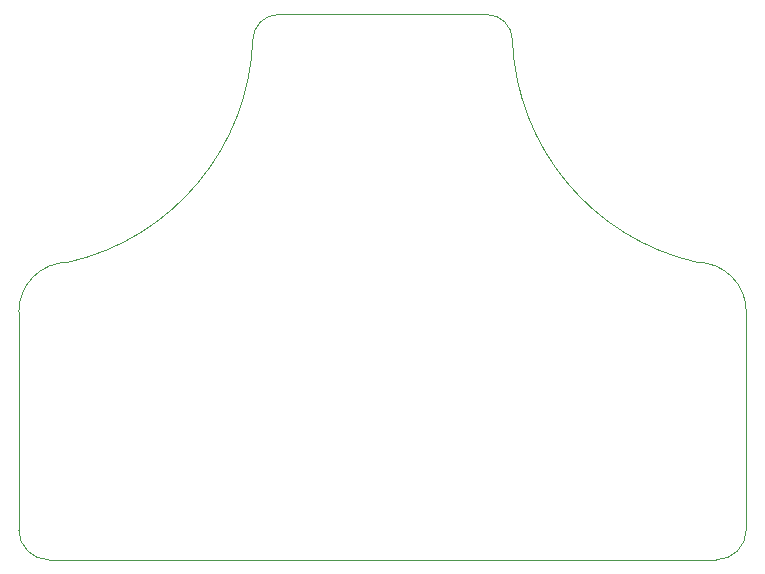
<source format=gbr>
%TF.GenerationSoftware,KiCad,Pcbnew,(6.0.5-0)*%
%TF.CreationDate,2022-06-14T22:50:01+09:00*%
%TF.ProjectId,tinypicotrio,74696e79-7069-4636-9f74-72696f2e6b69,rev?*%
%TF.SameCoordinates,Original*%
%TF.FileFunction,Profile,NP*%
%FSLAX46Y46*%
G04 Gerber Fmt 4.6, Leading zero omitted, Abs format (unit mm)*
G04 Created by KiCad (PCBNEW (6.0.5-0)) date 2022-06-14 22:50:01*
%MOMM*%
%LPD*%
G01*
G04 APERTURE LIST*
%TA.AperFunction,Profile*%
%ADD10C,0.100000*%
%TD*%
G04 APERTURE END LIST*
D10*
X138829056Y-84836021D02*
G75*
G03*
X136652001Y-87000778I-9656J-2167379D01*
G01*
X178435000Y-110000000D02*
G75*
G03*
X174244000Y-105809000I-4191000J0D01*
G01*
X121031000Y-105808999D02*
G75*
G03*
X136652001Y-87000778I-4445170J19582949D01*
G01*
X116840000Y-128460000D02*
X116840000Y-110000000D01*
X116840000Y-128460000D02*
G75*
G03*
X119380000Y-131000000I2540000J0D01*
G01*
X175895000Y-131000000D02*
X119380000Y-131000000D01*
X156452580Y-84836000D02*
X138829056Y-84836000D01*
X158629600Y-87000778D02*
G75*
G03*
X156452580Y-84836000I-2170900J-6122D01*
G01*
X175895000Y-131000000D02*
G75*
G03*
X178435000Y-128460000I0J2540000D01*
G01*
X121031000Y-105809000D02*
G75*
G03*
X116840000Y-110000000I0J-4191000D01*
G01*
X178435000Y-128460000D02*
X178435000Y-110000000D01*
X161163001Y-101219000D02*
G75*
G03*
X161163001Y-101219000I-1J0D01*
G01*
X158629667Y-87000777D02*
G75*
G03*
X174244000Y-105809000I20062833J770377D01*
G01*
M02*

</source>
